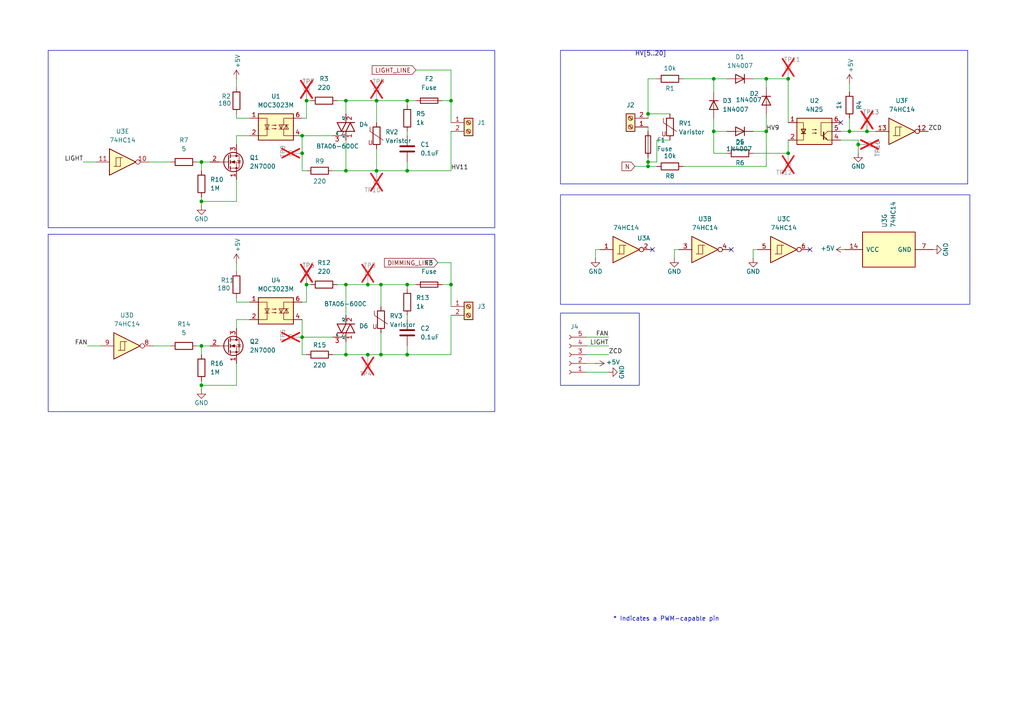
<source format=kicad_sch>
(kicad_sch (version 20250114) (generator "eeschema") (generator_version "9.0")
  (paper "A4")
  (title_block (date "mar. 31 mars 2015"))
  (lib_symbols
    (symbol "74xx:74HC14" (pin_names (offset 1.016))
      (property "Reference" "U" (at 0 1.27 0))
      (property "Value" "74HC14" (at 0 -1.27 0))
      (symbol "74HC14_1_0"
        (polyline (pts (xy -3.81 3.81) (xy -3.81 -3.81) (xy 3.81 0) (xy -3.81 3.81)) (stroke (width 0.254)) (fill (type background)))
        (pin input line (at -7.62 0 0) (length 3.81) (name "~") (number "1"))
        (pin output inverted (at 7.62 0 180) (length 3.81) (name "~") (number "2"))
      )
      (symbol "74HC14_1_1"
        (polyline (pts (xy -2.54 -1.27) (xy -0.635 -1.27) (xy -0.635 1.27) (xy 0 1.27)))
        (polyline (pts (xy -1.905 -1.27) (xy -1.905 1.27) (xy -0.635 1.27)))
      )
      (symbol "74HC14_2_0"
        (polyline (pts (xy -3.81 3.81) (xy -3.81 -3.81) (xy 3.81 0) (xy -3.81 3.81)) (stroke (width 0.254)) (fill (type background)))
        (pin input line (at -7.62 0 0) (length 3.81) (name "~") (number "3"))
        (pin output inverted (at 7.62 0 180) (length 3.81) (name "~") (number "4"))
      )
      (symbol "74HC14_2_1"
        (polyline (pts (xy -2.54 -1.27) (xy -0.635 -1.27) (xy -0.635 1.27) (xy 0 1.27)))
        (polyline (pts (xy -1.905 -1.27) (xy -1.905 1.27) (xy -0.635 1.27)))
      )
      (symbol "74HC14_3_0"
        (polyline (pts (xy -3.81 3.81) (xy -3.81 -3.81) (xy 3.81 0) (xy -3.81 3.81)) (stroke (width 0.254)) (fill (type background)))
        (pin input line (at -7.62 0 0) (length 3.81) (name "~") (number "5"))
        (pin output inverted (at 7.62 0 180) (length 3.81) (name "~") (number "6"))
      )
      (symbol "74HC14_3_1"
        (polyline (pts (xy -2.54 -1.27) (xy -0.635 -1.27) (xy -0.635 1.27) (xy 0 1.27)))
        (polyline (pts (xy -1.905 -1.27) (xy -1.905 1.27) (xy -0.635 1.27)))
      )
      (symbol "74HC14_4_0"
        (polyline (pts (xy -3.81 3.81) (xy -3.81 -3.81) (xy 3.81 0) (xy -3.81 3.81)) (stroke (width 0.254)) (fill (type background)))
        (pin input line (at -7.62 0 0) (length 3.81) (name "~") (number "9"))
        (pin output inverted (at 7.62 0 180) (length 3.81) (name "~") (number "8"))
      )
      (symbol "74HC14_4_1"
        (polyline (pts (xy -2.54 -1.27) (xy -0.635 -1.27) (xy -0.635 1.27) (xy 0 1.27)))
        (polyline (pts (xy -1.905 -1.27) (xy -1.905 1.27) (xy -0.635 1.27)))
      )
      (symbol "74HC14_5_0"
        (polyline (pts (xy -3.81 3.81) (xy -3.81 -3.81) (xy 3.81 0) (xy -3.81 3.81)) (stroke (width 0.254)) (fill (type background)))
        (pin input line (at -7.62 0 0) (length 3.81) (name "~") (number "11"))
        (pin output inverted (at 7.62 0 180) (length 3.81) (name "~") (number "10"))
      )
      (symbol "74HC14_5_1"
        (polyline (pts (xy -2.54 -1.27) (xy -0.635 -1.27) (xy -0.635 1.27) (xy 0 1.27)))
        (polyline (pts (xy -1.905 -1.27) (xy -1.905 1.27) (xy -0.635 1.27)))
      )
      (symbol "74HC14_6_0"
        (polyline (pts (xy -3.81 3.81) (xy -3.81 -3.81) (xy 3.81 0) (xy -3.81 3.81)) (stroke (width 0.254)) (fill (type background)))
        (pin input line (at -7.62 0 0) (length 3.81) (name "~") (number "13"))
        (pin output inverted (at 7.62 0 180) (length 3.81) (name "~") (number "12"))
      )
      (symbol "74HC14_6_1"
        (polyline (pts (xy -2.54 -1.27) (xy -0.635 -1.27) (xy -0.635 1.27) (xy 0 1.27)))
        (polyline (pts (xy -1.905 -1.27) (xy -1.905 1.27) (xy -0.635 1.27)))
      )
      (symbol "74HC14_7_0"
        (pin power_in line (at 0 12.7 270) (length 5.08) (name "VCC") (number "14"))
        (pin power_in line (at 0 -12.7 90) (length 5.08) (name "GND") (number "7"))
      )
      (symbol "74HC14_7_1"
        (rectangle (start -5.08 7.62) (end 5.08 -7.62) (stroke (width 0.254)) (fill (type background)))
      )
    )
    (symbol "Connector:Conn_01x05_Socket" (pin_names (offset 1.016) (hide yes))
      (property "Reference" "J" (at 0 7.62 0))
      (property "Value" "Conn_01x05_Socket" (at 0 -7.62 0))
      (symbol "Conn_01x05_Socket_1_1"
        (polyline (pts (xy -1.27 5.08) (xy -0.508 5.08)) (stroke (width 0.1524)))
        (polyline (pts (xy -1.27 2.54) (xy -0.508 2.54)) (stroke (width 0.1524)))
        (polyline (pts (xy -1.27 0) (xy -0.508 0)) (stroke (width 0.1524)))
        (polyline (pts (xy -1.27 -2.54) (xy -0.508 -2.54)) (stroke (width 0.1524)))
        (polyline (pts (xy -1.27 -5.08) (xy -0.508 -5.08)) (stroke (width 0.1524)))
        (arc (start 0 4.572) (mid -0.5058 5.08) (end 0 5.588) (stroke (width 0.1524)))
        (arc (start 0 2.032) (mid -0.5058 2.54) (end 0 3.048) (stroke (width 0.1524)))
        (arc (start 0 -0.508) (mid -0.5058 0) (end 0 0.508) (stroke (width 0.1524)))
        (arc (start 0 -3.048) (mid -0.5058 -2.54) (end 0 -2.032) (stroke (width 0.1524)))
        (arc (start 0 -5.588) (mid -0.5058 -5.08) (end 0 -4.572) (stroke (width 0.1524)))
        (pin passive line (at -5.08 5.08 0) (length 3.81) (name "Pin_1") (number "1"))
        (pin passive line (at -5.08 2.54 0) (length 3.81) (name "Pin_2") (number "2"))
        (pin passive line (at -5.08 0 0) (length 3.81) (name "Pin_3") (number "3"))
        (pin passive line (at -5.08 -2.54 0) (length 3.81) (name "Pin_4") (number "4"))
        (pin passive line (at -5.08 -5.08 0) (length 3.81) (name "Pin_5") (number "5"))
      )
    )
    (symbol "Connector:Screw_Terminal_01x02" (pin_names (offset 1.016) (hide yes))
      (property "Reference" "J" (at 0 2.54 0))
      (property "Value" "Screw_Terminal_01x02" (at 0 -5.08 0))
      (symbol "Screw_Terminal_01x02_1_1"
        (rectangle (start -1.27 1.27) (end 1.27 -3.81) (stroke (width 0.254)) (fill (type background)))
        (polyline (pts (xy -0.5334 0.3302) (xy 0.3302 -0.508)) (stroke (width 0.1524)))
        (polyline (pts (xy -0.5334 -2.2098) (xy 0.3302 -3.048)) (stroke (width 0.1524)))
        (polyline (pts (xy -0.3556 0.508) (xy 0.508 -0.3302)) (stroke (width 0.1524)))
        (polyline (pts (xy -0.3556 -2.032) (xy 0.508 -2.8702)) (stroke (width 0.1524)))
        (circle (center 0 0) (radius 0.635) (stroke (width 0.1524)))
        (circle (center 0 -2.54) (radius 0.635) (stroke (width 0.1524)))
        (pin passive line (at -5.08 0 0) (length 3.81) (name "Pin_1") (number "1"))
        (pin passive line (at -5.08 -2.54 0) (length 3.81) (name "Pin_2") (number "2"))
      )
    )
    (symbol "Connector:TestPoint" (pin_numbers (hide yes)) (pin_names (offset 0.762) (hide yes))
      (property "Reference" "TP" (at 0 6.858 0))
      (property "Value" "TestPoint" (at 0 5.08 0))
      (symbol "TestPoint_0_1"
        (circle (center 0 3.302) (radius 0.762))
      )
      (symbol "TestPoint_1_1"
        (pin passive line (at 0 0 90) (length 2.54) (name "1") (number "1"))
      )
    )
    (symbol "Device:C" (pin_numbers (hide yes)) (pin_names (offset 0.254))
      (property "Reference" "C" (at 0.635 2.54 0))
      (property "Value" "C" (at 0.635 -2.54 0))
      (symbol "C_0_1"
        (polyline (pts (xy -2.032 0.762) (xy 2.032 0.762)) (stroke (width 0.508)))
        (polyline (pts (xy -2.032 -0.762) (xy 2.032 -0.762)) (stroke (width 0.508)))
      )
      (symbol "C_1_1"
        (pin passive line (at 0 3.81 270) (length 2.794) (name "~") (number "1"))
        (pin passive line (at 0 -3.81 90) (length 2.794) (name "~") (number "2"))
      )
    )
    (symbol "Device:Fuse" (pin_numbers (hide yes)) (pin_names (offset 0))
      (property "Reference" "F" (at 2.032 0 90))
      (property "Value" "Fuse" (at -1.905 0 90))
      (symbol "Fuse_0_1"
        (rectangle (start -0.762 -2.54) (end 0.762 2.54) (stroke (width 0.254)))
        (polyline (pts (xy 0 2.54) (xy 0 -2.54)))
      )
      (symbol "Fuse_1_1"
        (pin passive line (at 0 3.81 270) (length 1.27) (name "~") (number "1"))
        (pin passive line (at 0 -3.81 90) (length 1.27) (name "~") (number "2"))
      )
    )
    (symbol "Device:R" (pin_numbers (hide yes)) (pin_names (offset 0))
      (property "Reference" "R" (at 2.032 0 90))
      (property "Value" "R" (at 0 0 90))
      (symbol "R_0_1"
        (rectangle (start -1.016 -2.54) (end 1.016 2.54) (stroke (width 0.254)))
      )
      (symbol "R_1_1"
        (pin passive line (at 0 3.81 270) (length 1.27) (name "~") (number "1"))
        (pin passive line (at 0 -3.81 90) (length 1.27) (name "~") (number "2"))
      )
    )
    (symbol "Device:Varistor" (pin_numbers (hide yes)) (pin_names (offset 0))
      (property "Reference" "RV" (at 3.175 0 90))
      (property "Value" "Varistor" (at -3.175 0 90))
      (symbol "Varistor_0_0"
        (text "U" (at -1.778 -2.032 0) (effects (font (size 1.27 1.27))))
      )
      (symbol "Varistor_0_1"
        (polyline (pts (xy -1.905 2.54) (xy -1.905 1.27) (xy 1.905 -1.27)))
        (rectangle (start -1.016 -2.54) (end 1.016 2.54) (stroke (width 0.254)))
      )
      (symbol "Varistor_1_1"
        (pin passive line (at 0 3.81 270) (length 1.27) (name "~") (number "1"))
        (pin passive line (at 0 -3.81 90) (length 1.27) (name "~") (number "2"))
      )
    )
    (symbol "Diode:1N4007" (pin_numbers (hide yes)) (pin_names (hide yes))
      (property "Reference" "D" (at 0 2.54 0))
      (property "Value" "1N4007" (at 0 -2.54 0))
      (symbol "1N4007_0_1"
        (polyline (pts (xy -1.27 1.27) (xy -1.27 -1.27)) (stroke (width 0.254)))
        (polyline (pts (xy 1.27 1.27) (xy 1.27 -1.27) (xy -1.27 0) (xy 1.27 1.27)) (stroke (width 0.254)))
        (polyline (pts (xy 1.27 0) (xy -1.27 0)))
      )
      (symbol "1N4007_1_1"
        (pin passive line (at -3.81 0 0) (length 2.54) (name "K") (number "1"))
        (pin passive line (at 3.81 0 180) (length 2.54) (name "A") (number "2"))
      )
    )
    (symbol "Isolator:4N25" (pin_names (offset 1.016))
      (property "Reference" "U" (at -5.08 5.08 0))
      (property "Value" "4N25" (at 0 5.08 0))
      (symbol "4N25_0_1"
        (rectangle (start -5.08 3.81) (end 5.08 -3.81) (stroke (width 0.254)) (fill (type background)))
        (polyline (pts (xy -5.08 -2.54) (xy -3.175 -2.54) (xy -3.175 2.54) (xy -5.08 2.54)))
        (polyline (pts (xy -3.81 -0.635) (xy -2.54 -0.635)) (stroke (width 0.254)))
        (polyline (pts (xy -3.175 -0.635) (xy -3.81 0.635) (xy -2.54 0.635) (xy -3.175 -0.635)) (stroke (width 0.254)))
        (polyline (pts (xy -0.635 0.508) (xy 0.635 0.508) (xy 0.254 0.381) (xy 0.254 0.635) (xy 0.635 0.508)))
        (polyline (pts (xy -0.635 -0.508) (xy 0.635 -0.508) (xy 0.254 -0.635) (xy 0.254 -0.381) (xy 0.635 -0.508)))
        (polyline (pts (xy 2.667 -0.254) (xy 2.667 -2.286)) (stroke (width 0.3556)))
        (polyline (pts (xy 2.667 -1.143) (xy 3.81 0)))
        (polyline (pts (xy 2.667 -1.397) (xy 3.81 -2.54)))
        (polyline (pts (xy 3.683 -2.413) (xy 3.429 -1.905) (xy 3.175 -2.159) (xy 3.683 -2.413)))
        (polyline (pts (xy 3.81 0) (xy 5.08 0)))
        (polyline (pts (xy 3.81 -2.54) (xy 5.08 -2.54)))
        (polyline (pts (xy 5.08 2.54) (xy 1.905 2.54) (xy 1.905 -1.27) (xy 2.54 -1.27)))
      )
      (symbol "4N25_1_1"
        (pin passive line (at -7.62 2.54 0) (length 2.54) (name "~") (number "1"))
        (pin passive line (at -7.62 -2.54 0) (length 2.54) (name "~") (number "2"))
        (pin no_connect line (at -5.08 0 0) (length 2.54) (hide yes) (name "NC") (number "3"))
        (pin passive line (at 7.62 2.54 180) (length 2.54) (name "~") (number "6"))
        (pin passive line (at 7.62 0 180) (length 2.54) (name "~") (number "5"))
        (pin passive line (at 7.62 -2.54 180) (length 2.54) (name "~") (number "4"))
      )
    )
    (symbol "Relay_SolidState:MOC3023M"
      (property "Reference" "U" (at -5.334 4.826 0))
      (property "Value" "MOC3023M" (at 0 5.08 0))
      (symbol "MOC3023M_0_1"
        (rectangle (start -5.08 3.81) (end 5.08 -3.81) (stroke (width 0.254)) (fill (type background)))
        (polyline (pts (xy -5.08 2.54) (xy -2.54 2.54) (xy -2.54 -2.54) (xy -5.08 -2.54)))
        (polyline (pts (xy -3.175 -0.635) (xy -1.905 -0.635)))
        (polyline (pts (xy -2.54 -0.635) (xy -3.175 0.635) (xy -1.905 0.635) (xy -2.54 -0.635)))
        (polyline (pts (xy -1.143 0.508) (xy 0.127 0.508) (xy -0.254 0.381) (xy -0.254 0.635) (xy 0.127 0.508)))
        (polyline (pts (xy -1.143 -0.508) (xy 0.127 -0.508) (xy -0.254 -0.635) (xy -0.254 -0.381) (xy 0.127 -0.508)))
        (polyline (pts (xy 0.889 -0.635) (xy 3.683 -0.635) (xy 3.048 0.635) (xy 2.413 -0.635)))
        (polyline (pts (xy 1.524 -0.635) (xy 1.524 0.635)))
        (polyline (pts (xy 2.286 0.635) (xy 2.286 2.54) (xy 5.08 2.54)))
        (polyline (pts (xy 2.286 -0.635) (xy 2.286 -2.54) (xy 5.08 -2.54)))
        (polyline (pts (xy 3.048 0.635) (xy 3.048 -0.635)))
        (polyline (pts (xy 3.683 0.635) (xy 0.889 0.635) (xy 1.524 -0.635) (xy 2.159 0.635)))
      )
      (symbol "MOC3023M_1_1"
        (pin passive line (at -7.62 2.54 0) (length 2.54) (name "~") (number "1"))
        (pin passive line (at -7.62 -2.54 0) (length 2.54) (name "~") (number "2"))
        (pin no_connect line (at -5.08 0 0) (length 2.54) (hide yes) (name "NC") (number "3"))
        (pin no_connect line (at 5.08 0 180) (length 2.54) (hide yes) (name "NC") (number "5"))
        (pin passive line (at 7.62 2.54 180) (length 2.54) (name "~") (number "6"))
        (pin passive line (at 7.62 -2.54 180) (length 2.54) (name "~") (number "4"))
      )
    )
    (symbol "Transistor_FET:2N7000" (pin_names (hide yes))
      (property "Reference" "Q" (at 5.08 1.905 0))
      (property "Value" "2N7000" (at 5.08 0 0))
      (symbol "2N7000_0_1"
        (polyline (pts (xy 0.254 1.905) (xy 0.254 -1.905)) (stroke (width 0.254)))
        (polyline (pts (xy 0.254 0) (xy -2.54 0)))
        (polyline (pts (xy 0.762 2.286) (xy 0.762 1.27)) (stroke (width 0.254)))
        (polyline (pts (xy 0.762 0.508) (xy 0.762 -0.508)) (stroke (width 0.254)))
        (polyline (pts (xy 0.762 -1.27) (xy 0.762 -2.286)) (stroke (width 0.254)))
        (polyline (pts (xy 0.762 -1.778) (xy 3.302 -1.778) (xy 3.302 1.778) (xy 0.762 1.778)))
        (polyline (pts (xy 1.016 0) (xy 2.032 0.381) (xy 2.032 -0.381) (xy 1.016 0)) (fill (type outline)))
        (circle (center 1.651 0) (radius 2.794) (stroke (width 0.254)))
        (polyline (pts (xy 2.54 2.54) (xy 2.54 1.778)))
        (circle (center 2.54 1.778) (radius 0.254) (fill (type outline)))
        (circle (center 2.54 -1.778) (radius 0.254) (fill (type outline)))
        (polyline (pts (xy 2.54 -2.54) (xy 2.54 0) (xy 0.762 0)))
        (polyline (pts (xy 2.794 0.508) (xy 2.921 0.381) (xy 3.683 0.381) (xy 3.81 0.254)))
        (polyline (pts (xy 3.302 0.381) (xy 2.921 -0.254) (xy 3.683 -0.254) (xy 3.302 0.381)))
      )
      (symbol "2N7000_1_1"
        (pin input line (at -5.08 0 0) (length 2.54) (name "G") (number "2"))
        (pin passive line (at 2.54 5.08 270) (length 2.54) (name "D") (number "3"))
        (pin passive line (at 2.54 -5.08 90) (length 2.54) (name "S") (number "1"))
      )
    )
    (symbol "Triac_Thyristor:Generic_Triac_A1A2G" (pin_names (offset 0))
      (property "Reference" "D" (at 3.175 0.635 0))
      (property "Value" "Generic_Triac_A1A2G" (at 3.175 -1.27 0))
      (symbol "Generic_Triac_A1A2G_0_1"
        (polyline (pts (xy -2.54 1.27) (xy 2.54 1.27)) (stroke (width 0.254)))
        (polyline (pts (xy -2.54 1.27) (xy -1.27 -1.27) (xy 0 1.27)) (stroke (width 0.254)))
        (polyline (pts (xy -2.54 -1.27) (xy 2.54 -1.27)) (stroke (width 0.254)))
        (polyline (pts (xy -1.27 -2.54) (xy -0.635 -1.27)))
        (polyline (pts (xy 0 -1.27) (xy 1.27 1.27) (xy 2.54 -1.27)) (stroke (width 0.254)))
      )
      (symbol "Generic_Triac_A1A2G_1_1"
        (pin input line (at -3.81 -2.54 0) (length 2.54) (name "G") (number "3"))
        (pin passive line (at 0 3.81 270) (length 2.54) (name "A2") (number "2"))
        (pin passive line (at 0 -3.81 90) (length 2.54) (name "A1") (number "1"))
      )
    )
    (symbol "power:+5V" (power) (pin_numbers (hide yes)) (pin_names (offset 0) (hide yes))
      (property "Value" "+5V" (at 0 3.556 0))
      (symbol "+5V_0_1"
        (polyline (pts (xy -0.762 1.27) (xy 0 2.54)))
        (polyline (pts (xy 0 2.54) (xy 0.762 1.27)))
        (polyline (pts (xy 0 0) (xy 0 2.54)))
      )
      (symbol "+5V_1_1"
        (pin power_in line (at 0 0 90) (length 0) (name "~") (number "1"))
      )
    )
    (symbol "power:GND" (power) (pin_numbers (hide yes)) (pin_names (offset 0) (hide yes))
      (property "Value" "GND" (at 0 -3.81 0))
      (symbol "GND_0_1"
        (polyline (pts (xy 0 0) (xy 0 -1.27) (xy 1.27 -1.27) (xy 0 -2.54) (xy -1.27 -1.27) (xy 0 -1.27)))
      )
      (symbol "GND_1_1"
        (pin power_in line (at 0 0 270) (length 0) (name "~") (number "1"))
      )
    )
  )
  (rectangle (start 13.97 67.945) (end 143.51 119.38))
  (rectangle (start 13.97 14.605) (end 143.51 66.04))
  (rectangle (start 162.56 14.605) (end 280.67 53.34))
  (rectangle (start 162.56 90.805) (end 185.42 111.76))
  (rectangle (start 162.56 56.515) (end 281.305 88.265))
  (text "* Indicates a PWM-capable pin" (at 177.8 180.34 0) (effects (font (size 1.27 1.27)) (justify left bottom)))
  (junction (at 106.68 102.87))
  (junction (at 207.01 38.1))
  (junction (at 58.42 111.76))
  (junction (at 222.25 38.1))
  (junction (at 87.63 97.79))
  (junction (at 118.11 82.55))
  (junction (at 100.33 49.53))
  (junction (at 130.81 29.21))
  (junction (at 100.33 29.21))
  (junction (at 87.63 44.45))
  (junction (at 88.9 29.21))
  (junction (at 58.42 46.99))
  (junction (at 118.11 49.53))
  (junction (at 118.11 102.87))
  (junction (at 246.38 38.1))
  (junction (at 88.9 82.55))
  (junction (at 187.96 48.26))
  (junction (at 87.63 39.37))
  (junction (at 118.11 29.21))
  (junction (at 100.33 102.87))
  (junction (at 248.92 41.91))
  (junction (at 109.22 29.21))
  (junction (at 109.22 49.53))
  (junction (at 58.42 58.42))
  (junction (at 100.33 82.55))
  (junction (at 187.96 46.99))
  (junction (at 222.25 22.86))
  (junction (at 58.42 100.33))
  (junction (at 110.49 102.87))
  (junction (at 130.81 82.55))
  (junction (at 228.6 22.86))
  (junction (at 228.6 44.45))
  (junction (at 106.68 82.55))
  (junction (at 251.46 38.1))
  (junction (at 187.96 33.02))
  (junction (at 207.01 22.86))
  (junction (at 110.49 82.55))
  (no_connect (at 234.95 72.39))
  (no_connect (at 189.23 72.39))
  (no_connect (at 212.09 72.39))
  (no_connect (at 243.84 35.56))
  (wire (pts (xy 130.81 88.9) (xy 130.81 82.55)))
  (wire (pts (xy 87.63 97.79) (xy 87.63 92.71)))
  (wire (pts (xy 207.01 44.45) (xy 210.82 44.45)))
  (wire (pts (xy 243.84 40.64) (xy 248.92 40.64)))
  (wire (pts (xy 68.58 34.29) (xy 72.39 34.29)))
  (wire (pts (xy 248.92 40.64) (xy 248.92 41.91)))
  (wire (pts (xy 88.9 49.53) (xy 87.63 49.53)))
  (wire (pts (xy 176.53 107.95) (xy 170.18 107.95)))
  (wire (pts (xy 218.44 72.39) (xy 218.44 74.93)))
  (wire (pts (xy 198.12 48.26) (xy 222.25 48.26)))
  (wire (pts (xy 118.11 46.99) (xy 118.11 49.53)))
  (wire (pts (xy 207.01 34.29) (xy 207.01 38.1)))
  (wire (pts (xy 109.22 43.18) (xy 109.22 49.53)))
  (wire (pts (xy 88.9 87.63) (xy 88.9 82.55)))
  (wire (pts (xy 58.42 102.87) (xy 58.42 100.33)))
  (wire (pts (xy 130.81 91.44) (xy 130.81 102.87)))
  (wire (pts (xy 127 76.2) (xy 130.81 76.2)))
  (wire (pts (xy 207.01 44.45) (xy 207.01 38.1)))
  (wire (pts (xy 97.79 82.55) (xy 100.33 82.55)))
  (wire (pts (xy 100.33 49.53) (xy 109.22 49.53)))
  (wire (pts (xy 194.31 40.64) (xy 190.5 40.64)))
  (wire (pts (xy 246.38 38.1) (xy 246.38 34.29)))
  (wire (pts (xy 57.15 100.33) (xy 58.42 100.33)))
  (wire (pts (xy 58.42 110.49) (xy 58.42 111.76)))
  (wire (pts (xy 87.63 34.29) (xy 88.9 34.29)))
  (wire (pts (xy 58.42 100.33) (xy 60.96 100.33)))
  (wire (pts (xy 110.49 82.55) (xy 118.11 82.55)))
  (wire (pts (xy 130.81 20.32) (xy 130.81 29.21)))
  (wire (pts (xy 195.58 72.39) (xy 196.85 72.39)))
  (wire (pts (xy 130.81 102.87) (xy 118.11 102.87)))
  (wire (pts (xy 100.33 29.21) (xy 100.33 33.02)))
  (wire (pts (xy 96.52 102.87) (xy 100.33 102.87)))
  (wire (pts (xy 87.63 39.37) (xy 87.63 44.45)))
  (wire (pts (xy 68.58 22.86) (xy 68.58 25.4)))
  (wire (pts (xy 170.18 105.41) (xy 172.72 105.41)))
  (wire (pts (xy 88.9 102.87) (xy 87.63 102.87)))
  (wire (pts (xy 228.6 35.56) (xy 228.6 22.86)))
  (wire (pts (xy 88.9 82.55) (xy 90.17 82.55)))
  (wire (pts (xy 87.63 97.79) (xy 96.52 97.79)))
  (wire (pts (xy 58.42 49.53) (xy 58.42 46.99)))
  (wire (pts (xy 176.53 102.87) (xy 170.18 102.87)))
  (wire (pts (xy 118.11 83.82) (xy 118.11 82.55)))
  (wire (pts (xy 100.33 40.64) (xy 100.33 49.53)))
  (wire (pts (xy 130.81 49.53) (xy 118.11 49.53)))
  (wire (pts (xy 25.4 100.33) (xy 29.21 100.33)))
  (wire (pts (xy 106.68 102.87) (xy 110.49 102.87)))
  (wire (pts (xy 44.45 100.33) (xy 49.53 100.33)))
  (wire (pts (xy 68.58 105.41) (xy 68.58 111.76)))
  (wire (pts (xy 110.49 82.55) (xy 110.49 88.9)))
  (wire (pts (xy 222.25 33.02) (xy 222.25 38.1)))
  (wire (pts (xy 68.58 92.71) (xy 72.39 92.71)))
  (wire (pts (xy 251.46 38.1) (xy 254 38.1)))
  (wire (pts (xy 87.63 87.63) (xy 88.9 87.63)))
  (wire (pts (xy 68.58 39.37) (xy 72.39 39.37)))
  (wire (pts (xy 228.6 22.86) (xy 222.25 22.86)))
  (wire (pts (xy 172.72 72.39) (xy 172.72 74.93)))
  (wire (pts (xy 120.65 29.21) (xy 118.11 29.21)))
  (wire (pts (xy 218.44 44.45) (xy 228.6 44.45)))
  (wire (pts (xy 109.22 49.53) (xy 118.11 49.53)))
  (wire (pts (xy 130.81 35.56) (xy 130.81 29.21)))
  (wire (pts (xy 58.42 57.15) (xy 58.42 58.42)))
  (wire (pts (xy 246.38 38.1) (xy 251.46 38.1)))
  (wire (pts (xy 87.63 102.87) (xy 87.63 97.79)))
  (wire (pts (xy 68.58 39.37) (xy 68.58 41.91)))
  (wire (pts (xy 118.11 38.1) (xy 118.11 39.37)))
  (wire (pts (xy 207.01 22.86) (xy 207.01 26.67)))
  (wire (pts (xy 198.12 22.86) (xy 207.01 22.86)))
  (wire (pts (xy 43.18 46.99) (xy 49.53 46.99)))
  (wire (pts (xy 96.52 49.53) (xy 100.33 49.53)))
  (wire (pts (xy 207.01 38.1) (xy 210.82 38.1)))
  (wire (pts (xy 57.15 46.99) (xy 58.42 46.99)))
  (wire (pts (xy 187.96 36.83) (xy 187.96 38.1)))
  (wire (pts (xy 58.42 111.76) (xy 68.58 111.76)))
  (wire (pts (xy 187.96 45.72) (xy 187.96 46.99)))
  (wire (pts (xy 120.65 82.55) (xy 118.11 82.55)))
  (wire (pts (xy 130.81 38.1) (xy 130.81 49.53)))
  (wire (pts (xy 207.01 22.86) (xy 210.82 22.86)))
  (wire (pts (xy 118.11 100.33) (xy 118.11 102.87)))
  (wire (pts (xy 24.13 46.99) (xy 27.94 46.99)))
  (wire (pts (xy 68.58 76.2) (xy 68.58 78.74)))
  (wire (pts (xy 187.96 33.02) (xy 194.31 33.02)))
  (wire (pts (xy 100.33 102.87) (xy 106.68 102.87)))
  (wire (pts (xy 130.81 82.55) (xy 128.27 82.55)))
  (wire (pts (xy 130.81 29.21) (xy 128.27 29.21)))
  (wire (pts (xy 100.33 82.55) (xy 100.33 91.44)))
  (wire (pts (xy 190.5 46.99) (xy 187.96 46.99)))
  (wire (pts (xy 100.33 82.55) (xy 106.68 82.55)))
  (wire (pts (xy 87.63 39.37) (xy 96.52 39.37)))
  (wire (pts (xy 222.25 38.1) (xy 218.44 38.1)))
  (wire (pts (xy 222.25 22.86) (xy 222.25 25.4)))
  (wire (pts (xy 68.58 87.63) (xy 72.39 87.63)))
  (wire (pts (xy 222.25 48.26) (xy 222.25 38.1)))
  (wire (pts (xy 68.58 33.02) (xy 68.58 34.29)))
  (wire (pts (xy 243.84 38.1) (xy 246.38 38.1)))
  (wire (pts (xy 88.9 34.29) (xy 88.9 29.21)))
  (wire (pts (xy 195.58 72.39) (xy 195.58 74.93)))
  (wire (pts (xy 58.42 111.76) (xy 58.42 113.03)))
  (wire (pts (xy 87.63 44.45) (xy 87.63 49.53)))
  (wire (pts (xy 190.5 40.64) (xy 190.5 46.99)))
  (wire (pts (xy 187.96 46.99) (xy 187.96 48.26)))
  (wire (pts (xy 118.11 30.48) (xy 118.11 29.21)))
  (wire (pts (xy 88.9 29.21) (xy 90.17 29.21)))
  (wire (pts (xy 218.44 72.39) (xy 219.71 72.39)))
  (wire (pts (xy 100.33 99.06) (xy 100.33 102.87)))
  (wire (pts (xy 172.72 72.39) (xy 173.99 72.39)))
  (wire (pts (xy 228.6 44.45) (xy 228.6 40.64)))
  (wire (pts (xy 68.58 92.71) (xy 68.58 95.25)))
  (wire (pts (xy 187.96 22.86) (xy 190.5 22.86)))
  (wire (pts (xy 97.79 29.21) (xy 100.33 29.21)))
  (wire (pts (xy 130.81 76.2) (xy 130.81 82.55)))
  (wire (pts (xy 110.49 102.87) (xy 118.11 102.87)))
  (wire (pts (xy 110.49 96.52) (xy 110.49 102.87)))
  (wire (pts (xy 118.11 91.44) (xy 118.11 92.71)))
  (wire (pts (xy 187.96 48.26) (xy 190.5 48.26)))
  (wire (pts (xy 187.96 22.86) (xy 187.96 33.02)))
  (wire (pts (xy 106.68 82.55) (xy 110.49 82.55)))
  (wire (pts (xy 58.42 46.99) (xy 60.96 46.99)))
  (wire (pts (xy 187.96 33.02) (xy 187.96 34.29)))
  (wire (pts (xy 68.58 52.07) (xy 68.58 58.42)))
  (wire (pts (xy 176.53 100.33) (xy 170.18 100.33)))
  (wire (pts (xy 246.38 24.13) (xy 246.38 26.67)))
  (wire (pts (xy 100.33 29.21) (xy 109.22 29.21)))
  (wire (pts (xy 109.22 29.21) (xy 118.11 29.21)))
  (wire (pts (xy 120.65 20.32) (xy 130.81 20.32)))
  (wire (pts (xy 58.42 58.42) (xy 68.58 58.42)))
  (wire (pts (xy 248.92 41.91) (xy 248.92 44.45)))
  (wire (pts (xy 218.44 22.86) (xy 222.25 22.86)))
  (wire (pts (xy 109.22 29.21) (xy 109.22 35.56)))
  (wire (pts (xy 68.58 86.36) (xy 68.58 87.63)))
  (wire (pts (xy 176.53 97.79) (xy 170.18 97.79)))
  (wire (pts (xy 184.15 48.26) (xy 187.96 48.26)))
  (wire (pts (xy 58.42 58.42) (xy 58.42 59.69)))
  (label "HV11" (at 130.81 49.53 0))
  (label "HV9" (at 222.25 38.1 0))
  (label "ZCD" (at 269.24 38.1 0))
  (label "HV[5..20]" (at 184.15 16.51 0))
  (label "ZCD" (at 176.53 102.87 0))
  (label "FAN" (at 25.4 100.33 180))
  (label "LIGHT" (at 24.13 46.99 180))
  (label "FAN" (at 176.53 97.79 180))
  (label "LIGHT" (at 176.53 100.33 180))
  (global_label "DIMMING_LINE" (shape input) (at 127 76.2 180) (property "Intersheetrefs" "${INTERSHEET_REFS}" (effects (hide yes))))
  (global_label "LIGHT_LINE" (shape input) (at 120.65 20.32 180) (property "Intersheetrefs" "${INTERSHEET_REFS}" (effects (hide yes))))
  (global_label "N" (shape input) (at 184.15 48.26 180) (property "Intersheetrefs" "${INTERSHEET_REFS}" (effects (hide yes))))
  (symbol (lib_id "Device:Varistor") (at 194.31 36.83 0) (unit 1)
    (property "Reference" "RV1" (at 196.85 35.7532 0) (effects (justify left)))
    (property "Value" "Varistor" (at 196.85 38.2932 0) (effects (justify left)))
    (property "Footprint" "Varistor:RV_Disc_D15.5mm_W4.2mm_P7.5mm" (effects (hide yes)))
    (property "Description" "VARISTOR 14mm 14N681K" (effects (hide yes)))
    (property "Sim.Name" "kicad_builtin_varistor" (effects (hide yes)))
    (property "Sim.Device" "SUBCKT" (effects (hide yes)))
    (property "Sim.Pins" "1=A 2=B" (effects (hide yes)))
    (property "Sim.Params" "threshold=1k" (effects (hide yes)))
    (property "Sim.Library" "${KICAD9_SYMBOL_DIR}/Simulation_SPICE.sp" (effects (hide yes)))
  )
  (symbol (lib_id "Device:R") (at 118.11 87.63 180) (unit 1)
    (property "Reference" "R13" (at 120.65 86.3599 0) (effects (justify right)))
    (property "Value" "1k" (at 120.65 88.8999 0) (effects (justify right)))
    (property "Footprint" "Resistor_THT:R_Axial_DIN0614_L14.3mm_D5.7mm_P15.24mm_Horizontal" (effects (hide yes)))
    (property "Description" "METALFILM 1K 3W" (effects (hide yes)))
  )
  (symbol (lib_id "power:+5V") (at 246.38 24.13 0) (unit 1)
    (property "Reference" "#PWR02" (effects (hide yes)))
    (property "Value" "+5V" (at 246.7356 21.082 90) (effects (justify left)))
    (property "Description" "Power symbol creates a global label with name \"+5V\"" (effects (hide yes)))
  )
  (symbol (lib_id "Connector:Screw_Terminal_01x02") (at 135.89 35.56 0) (unit 1)
    (property "Reference" "J1" (at 138.43 35.5599 0) (effects (justify left)))
    (property "Value" "Screw_Terminal_01x02" (effects (hide yes)))
    (property "Footprint" "TerminalBlock_Phoenix:TerminalBlock_Phoenix_MKDS-1,5-2-5.08_1x02_P5.08mm_Horizontal" (effects (hide yes)))
    (property "Description" "Borneras de 2 terminales" (effects (hide yes)))
  )
  (symbol (lib_id "74xx:74HC14") (at 181.61 72.39 0) (unit 1)
    (property "Reference" "U3" (at 186.69 69.088 0))
    (property "Value" "74HC14" (at 181.61 66.04 0))
    (property "Footprint" "Package_DIP:DIP-14_W7.62mm_Socket_LongPads" (effects (hide yes)))
    (property "Datasheet" "http://www.ti.com/lit/gpn/sn74HC14" (effects (hide yes)))
    (property "Description" "Hex inverter schmitt trigger" (effects (hide yes)))
  )
  (symbol (lib_id "Device:R") (at 92.71 102.87 90) (unit 1)
    (property "Reference" "R15" (at 92.71 100.076 90))
    (property "Value" "220" (at 92.71 105.918 90))
    (property "Footprint" "Resistor_THT:R_Axial_DIN0204_L3.6mm_D1.6mm_P7.62mm_Horizontal" (effects (hide yes)))
    (property "Description" "Resistor 220 1/2W" (effects (hide yes)))
  )
  (symbol (lib_id "power:+5V") (at 68.58 22.86 0) (unit 1)
    (property "Reference" "#PWR01" (effects (hide yes)))
    (property "Value" "+5V" (at 68.9356 19.812 90) (effects (justify left)))
    (property "Description" "Power symbol creates a global label with name \"+5V\"" (effects (hide yes)))
  )
  (symbol (lib_id "Connector:TestPoint") (at 228.6 22.86 0) (unit 1) (dnp yes)
    (property "Reference" "TP11" (at 227.33 17.272 0) (effects (justify left)))
    (property "Value" "TestPoint" (effects (hide yes)))
    (property "Footprint" "Connector_PinHeader_2.54mm:PinHeader_1x01_P2.54mm_Vertical" (effects (hide yes)))
    (property "Description" "test point" (effects (hide yes)))
  )
  (symbol (lib_id "Connector:TestPoint") (at 87.63 97.79 90) (unit 1) (dnp yes)
    (property "Reference" "TP5" (at 82.042 99.06 0) (effects (justify left)))
    (property "Value" "TestPoint" (effects (hide yes)))
    (property "Footprint" "Connector_PinHeader_2.54mm:PinHeader_1x01_P2.54mm_Vertical" (effects (hide yes)))
    (property "Description" "test point" (effects (hide yes)))
  )
  (symbol (lib_id "Relay_SolidState:MOC3023M") (at 80.01 36.83 0) (unit 1)
    (property "Reference" "U1" (at 80.01 27.94 0))
    (property "Value" "MOC3023M" (at 80.01 30.48 0))
    (property "Footprint" "Package_DIP:DIP-6_W7.62mm_Socket_LongPads" (effects (hide yes)))
    (property "Datasheet" "https://www.onsemi.com/pub/Collateral/MOC3023M-D.PDF" (effects (hide yes)))
    (property "Description" "Random Phase Opto-Triac, Vdrm 400V, Ift 5mA, DIP6" (effects (hide yes)))
  )
  (symbol (lib_id "Transistor_FET:2N7000") (at 66.04 100.33 0) (unit 1)
    (property "Reference" "Q2" (at 72.39 99.0599 0) (effects (justify left)))
    (property "Value" "2N7000" (at 72.39 101.5999 0) (effects (justify left)))
    (property "Footprint" "Package_TO_SOT_THT:TO-92_Wide" (effects (hide yes)))
    (property "Datasheet" "https://www.vishay.com/docs/70226/70226.pdf" (effects (hide yes)))
    (property "Description" "0.2A Id, 200V Vds, N-Channel MOSFET, 2.6V Logic Level, TO-92" (effects (hide yes)))
  )
  (symbol (lib_id "Device:C") (at 118.11 43.18 0) (unit 1)
    (property "Reference" "C1" (at 121.92 41.9099 0) (effects (justify left)))
    (property "Value" "0.1uF" (at 121.92 44.4499 0) (effects (justify left)))
    (property "Footprint" "Capacitor_THT:C_Rect_L18.0mm_W9.0mm_P15.00mm_FKS3_FKP3" (effects (hide yes)))
    (property "Description" "Capacitor poliester 2000 V" (effects (hide yes)))
  )
  (symbol (lib_id "Device:R") (at 68.58 82.55 0) (unit 1)
    (property "Reference" "R11" (at 64.008 81.28 0) (effects (justify left)))
    (property "Value" "180" (at 62.992 83.566 0) (effects (justify left)))
    (property "Footprint" "Resistor_THT:R_Axial_DIN0204_L3.6mm_D1.6mm_P7.62mm_Horizontal" (effects (hide yes)))
    (property "Description" "Resistor 180 1/4W" (effects (hide yes)))
  )
  (symbol (lib_id "74xx:74HC14") (at 204.47 72.39 0) (unit 2)
    (property "Reference" "U3" (at 204.47 63.5 0))
    (property "Value" "74HC14" (at 204.47 66.04 0))
    (property "Footprint" "Package_DIP:DIP-14_W7.62mm_Socket_LongPads" (effects (hide yes)))
    (property "Datasheet" "http://www.ti.com/lit/gpn/sn74HC14" (effects (hide yes)))
    (property "Description" "Hex inverter schmitt trigger" (effects (hide yes)))
  )
  (symbol (lib_id "power:GND") (at 58.42 59.69 0) (unit 1)
    (property "Reference" "#PWR04" (effects (hide yes)))
    (property "Value" "GND" (at 58.42 63.5 0))
    (property "Description" "Power symbol creates a global label with name \"GND\" , ground" (effects (hide yes)))
  )
  (symbol (lib_id "Device:R") (at 53.34 46.99 90) (unit 1)
    (property "Reference" "R7" (at 53.34 40.64 90))
    (property "Value" "5" (at 53.34 43.18 90))
    (property "Footprint" "Resistor_THT:R_Axial_DIN0204_L3.6mm_D1.6mm_P7.62mm_Horizontal" (effects (hide yes)))
    (property "Description" "Resistor 1/4 W" (effects (hide yes)))
  )
  (symbol (lib_id "Device:R") (at 194.31 48.26 270) (unit 1)
    (property "Reference" "R8" (at 194.31 51.054 90))
    (property "Value" "10k" (at 194.31 45.212 90))
    (property "Footprint" "Resistor_THT:R_Axial_DIN0516_L15.5mm_D5.0mm_P20.32mm_Horizontal" (effects (hide yes)))
    (property "Description" "Resistor 10k 3W" (effects (hide yes)))
  )
  (symbol (lib_id "power:GND") (at 172.72 74.93 0) (unit 1)
    (property "Reference" "#PWR07" (effects (hide yes)))
    (property "Value" "GND" (at 172.72 78.74 0))
    (property "Description" "Power symbol creates a global label with name \"GND\" , ground" (effects (hide yes)))
  )
  (symbol (lib_id "Connector:Conn_01x05_Socket") (at 165.1 102.87 180) (unit 1)
    (property "Reference" "J4" (at 166.624 94.742 0))
    (property "Value" "Conn_01x05_Socket" (effects (hide yes)))
    (property "Footprint" "Connector_PinHeader_2.54mm:PinHeader_1x05_P2.54mm_Vertical" (effects (hide yes)))
    (property "Description" "Tira de pines macho en ángulo" (effects (hide yes)))
  )
  (symbol (lib_id "74xx:74HC14") (at 257.81 72.39 90) (unit 7)
    (property "Reference" "U3" (at 256.5399 66.04 0) (effects (justify left)))
    (property "Value" "74HC14" (at 259.0799 66.04 0) (effects (justify left)))
    (property "Footprint" "Package_DIP:DIP-14_W7.62mm_Socket_LongPads" (effects (hide yes)))
    (property "Datasheet" "http://www.ti.com/lit/gpn/sn74HC14" (effects (hide yes)))
    (property "Description" "Hex inverter schmitt trigger" (effects (hide yes)))
  )
  (symbol (lib_id "Connector:Screw_Terminal_01x02") (at 135.89 88.9 0) (unit 1)
    (property "Reference" "J3" (at 138.43 88.8999 0) (effects (justify left)))
    (property "Value" "Screw_Terminal_01x02" (effects (hide yes)))
    (property "Footprint" "TerminalBlock_Phoenix:TerminalBlock_Phoenix_MKDS-1,5-2-5.08_1x02_P5.08mm_Horizontal" (effects (hide yes)))
    (property "Description" "Borneras de 2 terminales" (effects (hide yes)))
  )
  (symbol (lib_id "Connector:TestPoint") (at 109.22 49.53 180) (unit 1) (dnp yes)
    (property "Reference" "TP10" (at 110.49 55.118 0) (effects (justify left)))
    (property "Value" "TestPoint" (effects (hide yes)))
    (property "Footprint" "Connector_PinHeader_2.54mm:PinHeader_1x01_P2.54mm_Vertical" (effects (hide yes)))
    (property "Description" "test point" (effects (hide yes)))
  )
  (symbol (lib_id "power:GND") (at 270.51 72.39 90) (unit 1)
    (property "Reference" "#PWR06" (effects (hide yes)))
    (property "Value" "GND" (at 274.32 72.39 0))
    (property "Description" "Power symbol creates a global label with name \"GND\" , ground" (effects (hide yes)))
  )
  (symbol (lib_id "Diode:1N4007") (at 207.01 30.48 270) (unit 1)
    (property "Reference" "D3" (at 209.55 29.2099 90) (effects (justify left)))
    (property "Value" "1N4007" (at 209.55 31.7499 90) (effects (justify left)))
    (property "Footprint" "Diode_THT:D_DO-41_SOD81_P10.16mm_Horizontal" (effects (hide yes)))
    (property "Datasheet" "http://www.vishay.com/docs/88503/1n4001.pdf" (effects (hide yes)))
    (property "Description" "1000V 1A General Purpose Rectifier Diode, DO-41" (effects (hide yes)))
    (property "Sim.Device" "D" (effects (hide yes)))
    (property "Sim.Pins" "1=K 2=A" (effects (hide yes)))
  )
  (symbol (lib_id "Device:R") (at 214.63 44.45 270) (unit 1)
    (property "Reference" "R6" (at 214.63 47.244 90))
    (property "Value" "2k" (at 214.63 41.402 90))
    (property "Footprint" "Resistor_THT:R_Axial_DIN0207_L6.3mm_D2.5mm_P7.62mm_Horizontal" (effects (hide yes)))
    (property "Description" "Resistor 2k 1W" (effects (hide yes)))
  )
  (symbol (lib_id "Diode:1N4007") (at 214.63 38.1 180) (unit 1)
    (property "Reference" "D5" (at 214.63 41.148 0))
    (property "Value" "1N4007" (at 214.376 43.18 0))
    (property "Footprint" "Diode_THT:D_DO-41_SOD81_P10.16mm_Horizontal" (effects (hide yes)))
    (property "Datasheet" "http://www.vishay.com/docs/88503/1n4001.pdf" (effects (hide yes)))
    (property "Description" "1000V 1A General Purpose Rectifier Diode, DO-41" (effects (hide yes)))
    (property "Sim.Device" "D" (effects (hide yes)))
    (property "Sim.Pins" "1=K 2=A" (effects (hide yes)))
  )
  (symbol (lib_id "Connector:TestPoint") (at 251.46 38.1 0) (unit 1) (dnp yes)
    (property "Reference" "TP13" (at 250.19 32.512 0) (effects (justify left)))
    (property "Value" "TestPoint" (effects (hide yes)))
    (property "Footprint" "Connector_PinHeader_2.54mm:PinHeader_1x01_P2.54mm_Vertical" (effects (hide yes)))
    (property "Description" "test point" (effects (hide yes)))
  )
  (symbol (lib_id "Device:R") (at 246.38 30.48 0) (unit 1)
    (property "Reference" "R4" (at 249.174 30.48 90))
    (property "Value" "1k" (at 243.332 30.48 90))
    (property "Footprint" "Resistor_THT:R_Axial_DIN0207_L6.3mm_D2.5mm_P7.62mm_Horizontal" (effects (hide yes)))
    (property "Description" "Resistor 1k 1/4W" (effects (hide yes)))
  )
  (symbol (lib_id "Triac_Thyristor:Generic_Triac_A1A2G") (at 100.33 36.83 0) (unit 1)
    (property "Reference" "D4" (at 104.14 36.1314 0) (effects (justify left)))
    (property "Value" "BTA06-600C" (at 91.694 42.418 0) (effects (justify left)))
    (property "Footprint" "Package_TO_SOT_THT:TO-220-3_Vertical" (effects (hide yes)))
    (property "Description" "Triac BTA06-600C" (effects (hide yes)))
  )
  (symbol (lib_id "Connector:TestPoint") (at 106.68 82.55 0) (unit 1) (dnp yes)
    (property "Reference" "TP3" (at 105.41 76.962 0) (effects (justify left)))
    (property "Value" "TestPoint" (effects (hide yes)))
    (property "Footprint" "Connector_PinHeader_2.54mm:PinHeader_1x01_P2.54mm_Vertical" (effects (hide yes)))
    (property "Description" "test point" (effects (hide yes)))
  )
  (symbol (lib_id "Device:R") (at 92.71 49.53 90) (unit 1)
    (property "Reference" "R9" (at 92.71 46.736 90))
    (property "Value" "220" (at 92.71 52.578 90))
    (property "Footprint" "Resistor_THT:R_Axial_DIN0204_L3.6mm_D1.6mm_P7.62mm_Horizontal" (effects (hide yes)))
    (property "Description" "Resistor 220 1/2W" (effects (hide yes)))
  )
  (symbol (lib_id "Device:R") (at 68.58 29.21 0) (unit 1)
    (property "Reference" "R2" (at 64.262 27.94 0) (effects (justify left)))
    (property "Value" "180" (at 63.246 29.972 0) (effects (justify left)))
    (property "Footprint" "Resistor_THT:R_Axial_DIN0204_L3.6mm_D1.6mm_P7.62mm_Horizontal" (effects (hide yes)))
    (property "Description" "Resistor 180 1/4W" (effects (hide yes)))
  )
  (symbol (lib_id "Device:Fuse") (at 187.96 41.91 180) (unit 1)
    (property "Reference" "F1" (at 190.5 40.6399 0) (effects (justify right)))
    (property "Value" "Fuse" (at 190.5 43.1799 0) (effects (justify right)))
    (property "Footprint" "Fuse:Fuseholder_Clip-5x20mm_Bel_FC-203-22_Lateral_P17.80x5.00mm_D1.17mm_Horizontal" (effects (hide yes)))
    (property "Description" "CLIP PORTAFUSE 20x5mm H" (effects (hide yes)))
  )
  (symbol (lib_id "Device:R") (at 93.98 82.55 90) (unit 1)
    (property "Reference" "R12" (at 93.98 76.2 90))
    (property "Value" "220" (at 93.98 78.74 90))
    (property "Footprint" "Resistor_THT:R_Axial_DIN0204_L3.6mm_D1.6mm_P7.62mm_Horizontal" (effects (hide yes)))
    (property "Description" "Resistor 220 1/2W" (effects (hide yes)))
  )
  (symbol (lib_id "74xx:74HC14") (at 35.56 46.99 0) (unit 5)
    (property "Reference" "U3" (at 35.56 38.1 0))
    (property "Value" "74HC14" (at 35.56 40.64 0))
    (property "Footprint" "Package_DIP:DIP-14_W7.62mm_Socket_LongPads" (effects (hide yes)))
    (property "Datasheet" "http://www.ti.com/lit/gpn/sn74HC14" (effects (hide yes)))
    (property "Description" "Hex inverter schmitt trigger" (effects (hide yes)))
  )
  (symbol (lib_id "Device:Fuse") (at 124.46 29.21 90) (unit 1)
    (property "Reference" "F2" (at 124.46 22.86 90))
    (property "Value" "Fuse" (at 124.46 25.4 90))
    (property "Footprint" "Fuse:Fuseholder_Clip-5x20mm_Bel_FC-203-22_Lateral_P17.80x5.00mm_D1.17mm_Horizontal" (effects (hide yes)))
    (property "Description" "CLIP PORTAFUSE 20x5mm H" (effects (hide yes)))
  )
  (symbol (lib_id "Device:Varistor") (at 109.22 39.37 0) (unit 1)
    (property "Reference" "RV2" (at 111.76 38.2932 0) (effects (justify left)))
    (property "Value" "Varistor" (at 111.76 40.8332 0) (effects (justify left)))
    (property "Footprint" "Varistor:RV_Disc_D15.5mm_W4.2mm_P7.5mm" (effects (hide yes)))
    (property "Description" "VARISTOR 14mm 14N681K" (effects (hide yes)))
    (property "Sim.Name" "kicad_builtin_varistor" (effects (hide yes)))
    (property "Sim.Device" "SUBCKT" (effects (hide yes)))
    (property "Sim.Pins" "1=A 2=B" (effects (hide yes)))
    (property "Sim.Params" "threshold=1k" (effects (hide yes)))
    (property "Sim.Library" "${KICAD9_SYMBOL_DIR}/Simulation_SPICE.sp" (effects (hide yes)))
  )
  (symbol (lib_id "Connector:TestPoint") (at 88.9 82.55 0) (unit 1) (dnp yes)
    (property "Reference" "TP6" (at 87.63 76.962 0) (effects (justify left)))
    (property "Value" "TestPoint" (effects (hide yes)))
    (property "Footprint" "Connector_PinHeader_2.54mm:PinHeader_1x01_P2.54mm_Vertical" (effects (hide yes)))
    (property "Description" "test point" (effects (hide yes)))
  )
  (symbol (lib_id "Connector:TestPoint") (at 87.63 44.45 90) (unit 1) (dnp yes)
    (property "Reference" "TP8" (at 82.042 45.72 0) (effects (justify left)))
    (property "Value" "TestPoint" (effects (hide yes)))
    (property "Footprint" "Connector_PinHeader_2.54mm:PinHeader_1x01_P2.54mm_Vertical" (effects (hide yes)))
    (property "Description" "test point" (effects (hide yes)))
  )
  (symbol (lib_id "power:GND") (at 218.44 74.93 0) (unit 1)
    (property "Reference" "#PWR09" (effects (hide yes)))
    (property "Value" "GND" (at 218.44 78.74 0))
    (property "Description" "Power symbol creates a global label with name \"GND\" , ground" (effects (hide yes)))
  )
  (symbol (lib_id "Connector:TestPoint") (at 106.68 102.87 180) (unit 1) (dnp yes)
    (property "Reference" "TP4" (at 107.95 108.458 0) (effects (justify left)))
    (property "Value" "TestPoint" (effects (hide yes)))
    (property "Footprint" "Connector_PinHeader_2.54mm:PinHeader_1x01_P2.54mm_Vertical" (effects (hide yes)))
    (property "Description" "test point" (effects (hide yes)))
  )
  (symbol (lib_id "power:GND") (at 58.42 113.03 0) (unit 1)
    (property "Reference" "#PWR013" (effects (hide yes)))
    (property "Value" "GND" (at 58.42 116.84 0))
    (property "Description" "Power symbol creates a global label with name \"GND\" , ground" (effects (hide yes)))
  )
  (symbol (lib_id "Isolator:4N25") (at 236.22 38.1 0) (unit 1)
    (property "Reference" "U2" (at 236.22 29.21 0))
    (property "Value" "4N25" (at 236.22 31.75 0))
    (property "Footprint" "Package_DIP:DIP-6_W7.62mm_Socket_LongPads" (effects (hide yes)))
    (property "Datasheet" "https://www.vishay.com/docs/83725/4n25.pdf" (effects (hide yes)))
    (property "Description" "DC Optocoupler Base Connected, Vce 30V, CTR 20%, Viso 2500V, DIP6" (effects (hide yes)))
  )
  (symbol (lib_id "Triac_Thyristor:Generic_Triac_A1A2G") (at 100.33 95.25 0) (unit 1)
    (property "Reference" "D6" (at 104.14 94.5514 0) (effects (justify left)))
    (property "Value" "BTA06-600C" (at 93.98 88.138 0) (effects (justify left)))
    (property "Footprint" "Package_TO_SOT_THT:TO-220-3_Vertical" (effects (hide yes)))
    (property "Description" "Triac BTA06-600C" (effects (hide yes)))
  )
  (symbol (lib_id "power:GND") (at 176.53 107.95 90) (mirror x) (unit 1)
    (property "Reference" "#PWR012" (effects (hide yes)))
    (property "Value" "GND" (at 180.34 107.95 0))
    (property "Description" "Power symbol creates a global label with name \"GND\" , ground" (effects (hide yes)))
  )
  (symbol (lib_id "Device:R") (at 53.34 100.33 90) (unit 1)
    (property "Reference" "R14" (at 53.34 93.98 90))
    (property "Value" "5" (at 53.34 96.52 90))
    (property "Footprint" "Resistor_THT:R_Axial_DIN0204_L3.6mm_D1.6mm_P7.62mm_Horizontal" (effects (hide yes)))
    (property "Description" "Resistor 1/4 W" (effects (hide yes)))
  )
  (symbol (lib_id "Device:R") (at 58.42 53.34 0) (unit 1)
    (property "Reference" "R10" (at 60.96 52.0699 0) (effects (justify left)))
    (property "Value" "1M" (at 60.96 54.6099 0) (effects (justify left)))
    (property "Footprint" "Resistor_THT:R_Axial_DIN0204_L3.6mm_D1.6mm_P7.62mm_Horizontal" (effects (hide yes)))
    (property "Description" "Resistor 1/4 W" (effects (hide yes)))
  )
  (symbol (lib_id "power:+5V") (at 68.58 76.2 0) (unit 1)
    (property "Reference" "#PWR010" (effects (hide yes)))
    (property "Value" "+5V" (at 68.9356 73.152 90) (effects (justify left)))
    (property "Description" "Power symbol creates a global label with name \"+5V\"" (effects (hide yes)))
  )
  (symbol (lib_id "power:GND") (at 248.92 44.45 0) (unit 1)
    (property "Reference" "#PWR03" (effects (hide yes)))
    (property "Value" "GND" (at 248.92 48.26 0))
    (property "Description" "Power symbol creates a global label with name \"GND\" , ground" (effects (hide yes)))
  )
  (symbol (lib_id "Relay_SolidState:MOC3023M") (at 80.01 90.17 0) (unit 1)
    (property "Reference" "U4" (at 80.01 81.28 0))
    (property "Value" "MOC3023M" (at 80.01 83.82 0))
    (property "Footprint" "Package_DIP:DIP-6_W7.62mm_Socket_LongPads" (effects (hide yes)))
    (property "Datasheet" "https://www.onsemi.com/pub/Collateral/MOC3023M-D.PDF" (effects (hide yes)))
    (property "Description" "Random Phase Opto-Triac, Vdrm 400V, Ift 5mA, DIP6" (effects (hide yes)))
  )
  (symbol (lib_id "Device:R") (at 58.42 106.68 0) (unit 1)
    (property "Reference" "R16" (at 60.96 105.4099 0) (effects (justify left)))
    (property "Value" "1M" (at 60.96 107.9499 0) (effects (justify left)))
    (property "Footprint" "Resistor_THT:R_Axial_DIN0204_L3.6mm_D1.6mm_P7.62mm_Horizontal" (effects (hide yes)))
    (property "Description" "Resistor 1/4 W" (effects (hide yes)))
  )
  (symbol (lib_id "Transistor_FET:2N7000") (at 66.04 46.99 0) (unit 1)
    (property "Reference" "Q1" (at 72.39 45.7199 0) (effects (justify left)))
    (property "Value" "2N7000" (at 72.39 48.2599 0) (effects (justify left)))
    (property "Footprint" "Package_TO_SOT_THT:TO-92_Wide" (effects (hide yes)))
    (property "Datasheet" "https://www.vishay.com/docs/70226/70226.pdf" (effects (hide yes)))
    (property "Description" "0.2A Id, 200V Vds, N-Channel MOSFET, 2.6V Logic Level, TO-92" (effects (hide yes)))
  )
  (symbol (lib_id "Connector:TestPoint") (at 228.6 44.45 180) (unit 1) (dnp yes)
    (property "Reference" "TP12" (at 229.87 50.038 0) (effects (justify left)))
    (property "Value" "TestPoint" (effects (hide yes)))
    (property "Footprint" "Connector_PinHeader_2.54mm:PinHeader_1x01_P2.54mm_Vertical" (effects (hide yes)))
    (property "Description" "test point" (effects (hide yes)))
  )
  (symbol (lib_id "Connector:TestPoint") (at 88.9 29.21 0) (unit 1) (dnp yes)
    (property "Reference" "TP7" (at 87.63 23.622 0) (effects (justify left)))
    (property "Value" "TestPoint" (effects (hide yes)))
    (property "Footprint" "Connector_PinHeader_2.54mm:PinHeader_1x01_P2.54mm_Vertical" (effects (hide yes)))
    (property "Description" "test point" (effects (hide yes)))
  )
  (symbol (lib_id "power:+5V") (at 245.11 72.39 90) (unit 1)
    (property "Reference" "#PWR05" (effects (hide yes)))
    (property "Value" "+5V" (at 242.062 72.0344 90) (effects (justify left)))
    (property "Description" "Power symbol creates a global label with name \"+5V\"" (effects (hide yes)))
  )
  (symbol (lib_id "Diode:1N4007") (at 214.63 22.86 180) (unit 1)
    (property "Reference" "D1" (at 214.63 16.51 0))
    (property "Value" "1N4007" (at 214.63 19.05 0))
    (property "Footprint" "Diode_THT:D_DO-41_SOD81_P10.16mm_Horizontal" (effects (hide yes)))
    (property "Datasheet" "http://www.vishay.com/docs/88503/1n4001.pdf" (effects (hide yes)))
    (property "Description" "1000V 1A General Purpose Rectifier Diode, DO-41" (effects (hide yes)))
    (property "Sim.Device" "D" (effects (hide yes)))
    (property "Sim.Pins" "1=K 2=A" (effects (hide yes)))
  )
  (symbol (lib_id "power:GND") (at 195.58 74.93 0) (unit 1)
    (property "Reference" "#PWR08" (effects (hide yes)))
    (property "Value" "GND" (at 195.58 78.74 0))
    (property "Description" "Power symbol creates a global label with name \"GND\" , ground" (effects (hide yes)))
  )
  (symbol (lib_id "74xx:74HC14") (at 261.62 38.1 0) (unit 6)
    (property "Reference" "U3" (at 261.62 29.21 0))
    (property "Value" "74HC14" (at 261.62 31.75 0))
    (property "Footprint" "Package_DIP:DIP-14_W7.62mm_Socket_LongPads" (effects (hide yes)))
    (property "Datasheet" "http://www.ti.com/lit/gpn/sn74HC14" (effects (hide yes)))
    (property "Description" "Hex inverter schmitt trigger" (effects (hide yes)))
  )
  (symbol (lib_id "Connector:TestPoint") (at 109.22 29.21 0) (unit 1) (dnp yes)
    (property "Reference" "TP9" (at 107.95 23.622 0) (effects (justify left)))
    (property "Value" "TestPoint" (effects (hide yes)))
    (property "Footprint" "Connector_PinHeader_2.54mm:PinHeader_1x01_P2.54mm_Vertical" (effects (hide yes)))
    (property "Description" "test point" (effects (hide yes)))
  )
  (symbol (lib_id "power:+5V") (at 172.72 105.41 270) (mirror x) (unit 1)
    (property "Reference" "#PWR011" (effects (hide yes)))
    (property "Value" "+5V" (at 175.768 105.0544 90) (effects (justify left)))
    (property "Description" "Power symbol creates a global label with name \"+5V\"" (effects (hide yes)))
  )
  (symbol (lib_id "Diode:1N4007") (at 222.25 29.21 270) (unit 1)
    (property "Reference" "D2" (at 217.424 27.178 90) (effects (justify left)))
    (property "Value" "1N4007" (at 213.36 28.956 90) (effects (justify left)))
    (property "Footprint" "Diode_THT:D_DO-41_SOD81_P10.16mm_Horizontal" (effects (hide yes)))
    (property "Datasheet" "http://www.vishay.com/docs/88503/1n4001.pdf" (effects (hide yes)))
    (property "Description" "1000V 1A General Purpose Rectifier Diode, DO-41" (effects (hide yes)))
    (property "Sim.Device" "D" (effects (hide yes)))
    (property "Sim.Pins" "1=K 2=A" (effects (hide yes)))
  )
  (symbol (lib_id "Connector:Screw_Terminal_01x02") (at 182.88 36.83 180) (unit 1)
    (property "Reference" "J2" (at 182.88 30.48 0))
    (property "Value" "Screw_Terminal_01x02" (effects (hide yes)))
    (property "Footprint" "TerminalBlock_Phoenix:TerminalBlock_Phoenix_MKDS-1,5-2-5.08_1x02_P5.08mm_Horizontal" (effects (hide yes)))
    (property "Description" "Borneras de 2 terminales" (effects (hide yes)))
  )
  (symbol (lib_id "Connector:TestPoint") (at 248.92 41.91 270) (unit 1) (dnp yes)
    (property "Reference" "TP16" (at 254.508 40.64 0) (effects (justify left)))
    (property "Value" "TestPoint" (effects (hide yes)))
    (property "Footprint" "Connector_PinHeader_2.54mm:PinHeader_1x01_P2.54mm_Vertical" (effects (hide yes)))
    (property "Description" "test point" (effects (hide yes)))
  )
  (symbol (lib_id "Device:Varistor") (at 110.49 92.71 0) (unit 1)
    (property "Reference" "RV3" (at 113.03 91.6332 0) (effects (justify left)))
    (property "Value" "Varistor" (at 113.03 94.1732 0) (effects (justify left)))
    (property "Footprint" "Varistor:RV_Disc_D15.5mm_W4.2mm_P7.5mm" (effects (hide yes)))
    (property "Description" "VARISTOR 14mm 14N681K" (effects (hide yes)))
    (property "Sim.Name" "kicad_builtin_varistor" (effects (hide yes)))
    (property "Sim.Device" "SUBCKT" (effects (hide yes)))
    (property "Sim.Pins" "1=A 2=B" (effects (hide yes)))
    (property "Sim.Params" "threshold=1k" (effects (hide yes)))
    (property "Sim.Library" "${KICAD9_SYMBOL_DIR}/Simulation_SPICE.sp" (effects (hide yes)))
  )
  (symbol (lib_id "74xx:74HC14") (at 227.33 72.39 0) (unit 3)
    (property "Reference" "U3" (at 227.33 63.5 0))
    (property "Value" "74HC14" (at 227.33 66.04 0))
    (property "Footprint" "Package_DIP:DIP-14_W7.62mm_Socket_LongPads" (effects (hide yes)))
    (property "Datasheet" "http://www.ti.com/lit/gpn/sn74HC14" (effects (hide yes)))
    (property "Description" "Hex inverter schmitt trigger" (effects (hide yes)))
  )
  (symbol (lib_id "74xx:74HC14") (at 36.83 100.33 0) (unit 4)
    (property "Reference" "U3" (at 36.83 91.44 0))
    (property "Value" "74HC14" (at 36.83 93.98 0))
    (property "Footprint" "Package_DIP:DIP-14_W7.62mm_Socket_LongPads" (effects (hide yes)))
    (property "Datasheet" "http://www.ti.com/lit/gpn/sn74HC14" (effects (hide yes)))
    (property "Description" "Hex inverter schmitt trigger" (effects (hide yes)))
  )
  (symbol (lib_id "Device:C") (at 118.11 96.52 0) (unit 1)
    (property "Reference" "C2" (at 121.92 95.2499 0) (effects (justify left)))
    (property "Value" "0.1uF" (at 121.92 97.7899 0) (effects (justify left)))
    (property "Footprint" "Capacitor_THT:C_Rect_L18.0mm_W9.0mm_P15.00mm_FKS3_FKP3" (effects (hide yes)))
    (property "Description" "Capacitor poliester 2000 V" (effects (hide yes)))
  )
  (symbol (lib_id "Device:R") (at 118.11 34.29 180) (unit 1)
    (property "Reference" "R5" (at 120.65 33.0199 0) (effects (justify right)))
    (property "Value" "1k" (at 120.65 35.5599 0) (effects (justify right)))
    (property "Footprint" "Resistor_THT:R_Axial_DIN0614_L14.3mm_D5.7mm_P15.24mm_Horizontal" (effects (hide yes)))
    (property "Description" "METALFILM 1K 3W" (effects (hide yes)))
  )
  (symbol (lib_id "Device:Fuse") (at 124.46 82.55 90) (unit 1)
    (property "Reference" "F3" (at 124.46 76.2 90))
    (property "Value" "Fuse" (at 124.46 78.74 90))
    (property "Footprint" "Fuse:Fuseholder_Clip-5x20mm_Bel_FC-203-22_Lateral_P17.80x5.00mm_D1.17mm_Horizontal" (effects (hide yes)))
    (property "Description" "CLIP PORTAFUSE 20x5mm H" (effects (hide yes)))
  )
  (symbol (lib_id "Device:R") (at 194.31 22.86 270) (unit 1)
    (property "Reference" "R1" (at 194.31 25.654 90))
    (property "Value" "10k" (at 194.31 19.812 90))
    (property "Footprint" "Resistor_THT:R_Axial_DIN0516_L15.5mm_D5.0mm_P20.32mm_Horizontal" (effects (hide yes)))
    (property "Description" "Resistor 10k 3W" (effects (hide yes)))
  )
  (symbol (lib_id "Device:R") (at 93.98 29.21 90) (unit 1)
    (property "Reference" "R3" (at 93.98 22.86 90))
    (property "Value" "220" (at 93.98 25.4 90))
    (property "Footprint" "Resistor_THT:R_Axial_DIN0204_L3.6mm_D1.6mm_P7.62mm_Horizontal" (effects (hide yes)))
    (property "Description" "Resistor 220 1/2W" (effects (hide yes)))
  )
)
</source>
